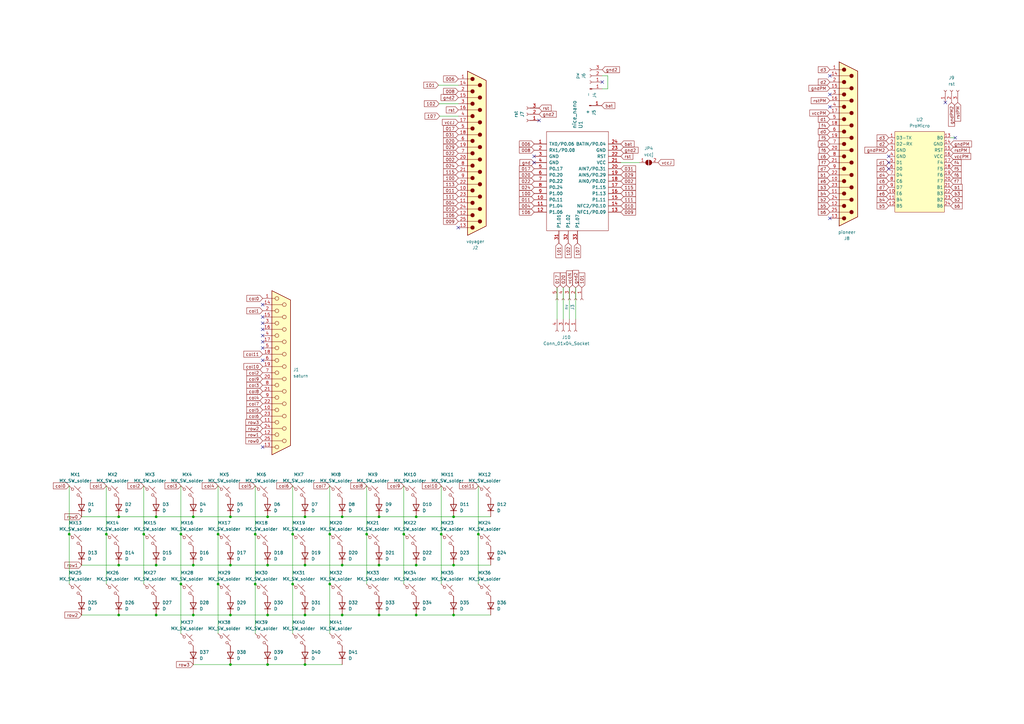
<source format=kicad_sch>
(kicad_sch (version 20230121) (generator eeschema)
  (paper "A3")
  (junction (at 180.9496 219.075))
  (junction (at 125.095 231.775))
  (junction (at 125.095 252.2474))
  (junction (at 48.6918 231.775))
  (junction (at 165.608 219.075))
  (junction (at 196.1896 219.075))
  (junction (at 150.368 219.075))
  (junction (at 170.688 211.963))
  (junction (at 94.5134 231.775))
  (junction (at 186.0296 211.963))
  (junction (at 74.1934 219.075))
  (junction (at 155.448 252.2474))
  (junction (at 64.0334 252.2474))
  (junction (at 58.9534 219.075))
  (junction (at 89.4334 239.5474))
  (junction (at 28.3718 219.075))
  (junction (at 74.1934 239.5474))
  (junction (at 186.0296 231.775))
  (junction (at 109.7534 231.775))
  (junction (at 140.335 211.963))
  (junction (at 64.0334 211.963))
  (junction (at 94.5134 211.963))
  (junction (at 125.095 272.5674))
  (junction (at 79.2734 211.963))
  (junction (at 140.335 252.2474))
  (junction (at 43.6118 219.075))
  (junction (at 79.2734 231.775))
  (junction (at 120.015 239.5474))
  (junction (at 109.7534 211.963))
  (junction (at 135.255 239.5474))
  (junction (at 140.335 231.775))
  (junction (at 48.6918 211.963))
  (junction (at 120.015 219.075))
  (junction (at 155.448 211.963))
  (junction (at 155.448 231.775))
  (junction (at 94.5134 272.5674))
  (junction (at 89.4334 219.075))
  (junction (at 135.255 219.075))
  (junction (at 109.7534 252.2474))
  (junction (at 79.2734 252.2474))
  (junction (at 170.688 252.2474))
  (junction (at 94.5134 252.2474))
  (junction (at 109.7534 272.5674))
  (junction (at 48.6918 252.2474))
  (junction (at 64.0334 231.775))
  (junction (at 104.6734 239.5474))
  (junction (at 170.688 231.775))
  (junction (at 125.095 211.963))
  (junction (at 186.0296 252.2474))
  (junction (at 104.6734 219.075))
  (no_connect (at 107.7214 132.5626))
  (no_connect (at 107.7214 142.7226))
  (no_connect (at 219.075 64.135))
  (no_connect (at 340.36 31.115))
  (no_connect (at 340.36 89.535))
  (no_connect (at 107.7214 147.8026))
  (no_connect (at 221.107 49.403))
  (no_connect (at 107.7214 135.1026))
  (no_connect (at 107.7214 140.1826))
  (no_connect (at 107.7214 124.9426))
  (no_connect (at 107.7214 137.6426))
  (no_connect (at 219.075 66.675))
  (no_connect (at 391.795 56.515))
  (no_connect (at 247.015 33.655))
  (no_connect (at 364.49 66.675))
  (no_connect (at 340.36 38.735))
  (no_connect (at 107.7214 183.3626))
  (no_connect (at 364.49 64.135))
  (no_connect (at 340.36 43.815))
  (no_connect (at 107.7214 130.0226))
  (no_connect (at 364.49 69.215))
  (no_connect (at 387.731 42.037))
  (no_connect (at 187.96 93.345))
  (wire (pts (xy 233.553 117.983) (xy 233.553 130.9116)))
  (wire (pts (xy 79.2734 231.775) (xy 94.5134 231.775)))
  (wire (pts (xy 140.335 252.2474) (xy 155.448 252.2474)))
  (wire (pts (xy 165.608 219.075) (xy 165.608 239.5474)))
  (wire (pts (xy 28.3718 199.263) (xy 28.3718 219.075)))
  (wire (pts (xy 64.0334 252.2474) (xy 79.2734 252.2474)))
  (wire (pts (xy 150.368 199.263) (xy 150.368 219.075)))
  (wire (pts (xy 186.0296 252.2474) (xy 201.2696 252.2474)))
  (wire (pts (xy 135.255 219.075) (xy 135.255 239.5474)))
  (wire (pts (xy 135.255 239.5474) (xy 135.255 259.8674)))
  (wire (pts (xy 48.6918 231.775) (xy 64.0334 231.775)))
  (wire (pts (xy 104.6734 239.5474) (xy 104.6734 259.8674)))
  (wire (pts (xy 150.368 219.075) (xy 150.368 239.5474)))
  (wire (pts (xy 89.4334 239.5474) (xy 89.4334 259.8674)))
  (wire (pts (xy 94.5134 272.5674) (xy 109.7534 272.5674)))
  (wire (pts (xy 155.448 252.2474) (xy 170.688 252.2474)))
  (wire (pts (xy 74.1934 239.5474) (xy 74.1934 259.8674)))
  (wire (pts (xy 180.34 47.625) (xy 187.96 47.625)))
  (wire (pts (xy 120.015 239.5474) (xy 120.015 259.8674)))
  (wire (pts (xy 94.5134 231.775) (xy 109.7534 231.775)))
  (wire (pts (xy 48.6918 211.963) (xy 64.0334 211.963)))
  (wire (pts (xy 58.9534 219.075) (xy 58.9534 239.5474)))
  (wire (pts (xy 89.4334 219.075) (xy 89.4334 239.5474)))
  (wire (pts (xy 79.2734 272.5674) (xy 94.5134 272.5674)))
  (wire (pts (xy 135.255 199.263) (xy 135.255 219.075)))
  (wire (pts (xy 109.7534 252.2474) (xy 125.095 252.2474)))
  (wire (pts (xy 186.0296 231.775) (xy 201.2696 231.775)))
  (wire (pts (xy 33.4518 231.775) (xy 48.6918 231.775)))
  (wire (pts (xy 180.086 42.545) (xy 187.96 42.545)))
  (wire (pts (xy 79.2734 211.963) (xy 94.5134 211.963)))
  (wire (pts (xy 125.095 272.5674) (xy 140.335 272.5674)))
  (wire (pts (xy 247.015 36.449) (xy 249.301 36.449)))
  (wire (pts (xy 58.9534 199.263) (xy 58.9534 219.075)))
  (wire (pts (xy 109.7534 231.775) (xy 125.095 231.775)))
  (wire (pts (xy 74.1934 199.263) (xy 74.1934 219.075)))
  (wire (pts (xy 228.473 117.983) (xy 228.473 130.9116)))
  (wire (pts (xy 120.015 199.263) (xy 120.015 219.075)))
  (wire (pts (xy 180.9496 219.075) (xy 180.9496 239.5474)))
  (wire (pts (xy 33.4518 252.2474) (xy 48.6918 252.2474)))
  (wire (pts (xy 89.4334 199.263) (xy 89.4334 219.075)))
  (wire (pts (xy 125.095 211.963) (xy 140.335 211.963)))
  (wire (pts (xy 43.6118 199.263) (xy 43.6118 219.075)))
  (wire (pts (xy 389.89 56.515) (xy 391.795 56.515)))
  (wire (pts (xy 33.4518 211.963) (xy 48.6918 211.963)))
  (wire (pts (xy 170.688 252.2474) (xy 186.0296 252.2474)))
  (wire (pts (xy 64.0334 211.963) (xy 79.2734 211.963)))
  (wire (pts (xy 104.6734 219.075) (xy 104.6734 239.5474)))
  (wire (pts (xy 140.335 211.963) (xy 155.448 211.963)))
  (wire (pts (xy 140.335 231.775) (xy 155.448 231.775)))
  (wire (pts (xy 247.015 31.115) (xy 249.301 31.115)))
  (wire (pts (xy 109.7534 211.963) (xy 125.095 211.963)))
  (wire (pts (xy 196.1896 219.075) (xy 196.1896 239.5474)))
  (wire (pts (xy 28.3718 219.075) (xy 28.3718 239.5474)))
  (wire (pts (xy 94.5134 211.963) (xy 109.7534 211.963)))
  (wire (pts (xy 249.301 31.115) (xy 249.301 36.449)))
  (wire (pts (xy 254.635 66.675) (xy 262.255 66.675)))
  (wire (pts (xy 179.832 34.925) (xy 187.96 34.925)))
  (wire (pts (xy 155.448 211.963) (xy 170.688 211.963)))
  (wire (pts (xy 155.448 231.775) (xy 170.688 231.775)))
  (wire (pts (xy 236.093 117.983) (xy 236.093 130.9116)))
  (wire (pts (xy 165.608 199.263) (xy 165.608 219.075)))
  (wire (pts (xy 170.688 211.963) (xy 186.0296 211.963)))
  (wire (pts (xy 186.0296 211.963) (xy 201.2696 211.963)))
  (wire (pts (xy 196.1896 199.263) (xy 196.1896 219.075)))
  (wire (pts (xy 43.6118 219.075) (xy 43.6118 239.5474)))
  (wire (pts (xy 74.1934 219.075) (xy 74.1934 239.5474)))
  (wire (pts (xy 180.9496 199.263) (xy 180.9496 219.075)))
  (wire (pts (xy 64.0334 231.775) (xy 79.2734 231.775)))
  (wire (pts (xy 48.6918 252.2474) (xy 64.0334 252.2474)))
  (wire (pts (xy 109.7534 272.5674) (xy 125.095 272.5674)))
  (wire (pts (xy 125.095 252.2474) (xy 140.335 252.2474)))
  (wire (pts (xy 94.5134 252.2474) (xy 109.7534 252.2474)))
  (wire (pts (xy 79.2734 252.2474) (xy 94.5134 252.2474)))
  (wire (pts (xy 231.013 117.983) (xy 231.013 130.9116)))
  (wire (pts (xy 104.6734 199.263) (xy 104.6734 219.075)))
  (wire (pts (xy 120.015 219.075) (xy 120.015 239.5474)))
  (wire (pts (xy 170.688 231.775) (xy 186.0296 231.775)))
  (wire (pts (xy 125.095 231.775) (xy 140.335 231.775)))
  (global_label "031" (shape input) (at 254.635 69.215 0) (property "Intersheetrefs" "${INTERSHEET_REFS}" (effects hide)))
  (global_label "017" (shape input) (at 219.075 69.215 180) (property "Intersheetrefs" "${INTERSHEET_REFS}" (effects hide)))
  (global_label "row3" (shape input) (at 79.2734 272.5674 180) (property "Intersheetrefs" "${INTERSHEET_REFS}" (effects hide)))
  (global_label "rst" (shape input) (at 187.96 45.085 180) (property "Intersheetrefs" "${INTERSHEET_REFS}" (effects hide)))
  (global_label "b3" (shape input) (at 389.89 79.375 0) (property "Intersheetrefs" "${INTERSHEET_REFS}" (effects hide)))
  (global_label "b4" (shape input) (at 340.36 79.375 180) (property "Intersheetrefs" "${INTERSHEET_REFS}" (effects hide)))
  (global_label "vccJ" (shape input) (at 269.875 66.675 0) (property "Intersheetrefs" "${INTERSHEET_REFS}" (effects hide)))
  (global_label "gnd" (shape input) (at 219.075 66.675 180) (property "Intersheetrefs" "${INTERSHEET_REFS}" (effects hide)))
  (global_label "col0" (shape input) (at 28.3718 199.263 180) (property "Intersheetrefs" "${INTERSHEET_REFS}" (effects hide)))
  (global_label "col7" (shape input) (at 135.255 199.263 180) (property "Intersheetrefs" "${INTERSHEET_REFS}" (effects hide)))
  (global_label "b6" (shape input) (at 340.36 86.995 180) (property "Intersheetrefs" "${INTERSHEET_REFS}" (effects hide)))
  (global_label "107" (shape input) (at 236.855 99.695 270) (property "Intersheetrefs" "${INTERSHEET_REFS}" (effects hide)))
  (global_label "col0" (shape input) (at 107.7214 122.4026 180) (property "Intersheetrefs" "${INTERSHEET_REFS}" (effects hide)))
  (global_label "c6" (shape input) (at 364.49 74.295 180) (property "Intersheetrefs" "${INTERSHEET_REFS}" (effects hide)))
  (global_label "011" (shape input) (at 187.96 78.105 180) (property "Intersheetrefs" "${INTERSHEET_REFS}" (effects hide)))
  (global_label "b5" (shape input) (at 364.49 84.455 180) (property "Intersheetrefs" "${INTERSHEET_REFS}" (effects hide)))
  (global_label "col4" (shape input) (at 89.4334 199.263 180) (property "Intersheetrefs" "${INTERSHEET_REFS}" (effects hide)))
  (global_label "115" (shape input) (at 187.96 70.485 180) (property "Intersheetrefs" "${INTERSHEET_REFS}" (effects hide)))
  (global_label "008" (shape input) (at 219.075 61.595 180) (property "Intersheetrefs" "${INTERSHEET_REFS}" (effects hide)))
  (global_label "d4" (shape input) (at 340.36 59.055 180) (property "Intersheetrefs" "${INTERSHEET_REFS}" (effects hide)))
  (global_label "gnd2" (shape input) (at 236.093 117.983 90) (property "Intersheetrefs" "${INTERSHEET_REFS}" (effects hide)))
  (global_label "b5" (shape input) (at 340.36 84.455 180) (property "Intersheetrefs" "${INTERSHEET_REFS}" (effects hide)))
  (global_label "col8" (shape input) (at 150.368 199.263 180) (property "Intersheetrefs" "${INTERSHEET_REFS}" (effects hide)))
  (global_label "c6" (shape input) (at 340.36 64.135 180) (property "Intersheetrefs" "${INTERSHEET_REFS}" (effects hide)))
  (global_label "d1" (shape input) (at 340.36 48.895 180) (property "Intersheetrefs" "${INTERSHEET_REFS}" (effects hide)))
  (global_label "d7" (shape input) (at 364.49 76.835 180) (property "Intersheetrefs" "${INTERSHEET_REFS}" (effects hide)))
  (global_label "col7" (shape input) (at 107.7214 165.5826 180) (property "Intersheetrefs" "${INTERSHEET_REFS}" (effects hide)))
  (global_label "010" (shape input) (at 254.635 84.455 0) (property "Intersheetrefs" "${INTERSHEET_REFS}" (effects hide)))
  (global_label "101" (shape input) (at 179.832 34.925 180) (property "Intersheetrefs" "${INTERSHEET_REFS}" (effects hide)))
  (global_label "rst" (shape input) (at 221.107 44.323 0) (property "Intersheetrefs" "${INTERSHEET_REFS}" (effects hide)))
  (global_label "111" (shape input) (at 187.96 80.645 180) (property "Intersheetrefs" "${INTERSHEET_REFS}" (effects hide)))
  (global_label "col2" (shape input) (at 107.7214 152.8826 180) (property "Intersheetrefs" "${INTERSHEET_REFS}" (effects hide)))
  (global_label "col2" (shape input) (at 58.9534 199.263 180) (property "Intersheetrefs" "${INTERSHEET_REFS}" (effects hide)))
  (global_label "col3" (shape input) (at 107.7214 157.9626 180) (property "Intersheetrefs" "${INTERSHEET_REFS}" (effects hide)))
  (global_label "008" (shape input) (at 187.96 37.465 180) (property "Intersheetrefs" "${INTERSHEET_REFS}" (effects hide)))
  (global_label "f5" (shape input) (at 340.36 56.515 180) (property "Intersheetrefs" "${INTERSHEET_REFS}" (effects hide)))
  (global_label "rstPM" (shape input) (at 340.36 41.275 180) (property "Intersheetrefs" "${INTERSHEET_REFS}" (effects hide)))
  (global_label "row3" (shape input) (at 107.7214 173.2026 180) (property "Intersheetrefs" "${INTERSHEET_REFS}" (effects hide)))
  (global_label "row1" (shape input) (at 33.4772 231.775 180) (property "Intersheetrefs" "${INTERSHEET_REFS}" (effects hide)))
  (global_label "115" (shape input) (at 254.635 76.835 0) (property "Intersheetrefs" "${INTERSHEET_REFS}" (effects hide)))
  (global_label "010" (shape input) (at 187.96 85.725 180) (property "Intersheetrefs" "${INTERSHEET_REFS}" (effects hide)))
  (global_label "b2" (shape input) (at 340.36 81.915 180) (property "Intersheetrefs" "${INTERSHEET_REFS}" (effects hide)))
  (global_label "d1" (shape input) (at 364.49 66.675 180) (property "Intersheetrefs" "${INTERSHEET_REFS}" (effects hide)))
  (global_label "017" (shape input) (at 187.96 52.705 180) (property "Intersheetrefs" "${INTERSHEET_REFS}" (effects hide)))
  (global_label "113" (shape input) (at 254.635 79.375 0) (property "Intersheetrefs" "${INTERSHEET_REFS}" (effects hide)))
  (global_label "029" (shape input) (at 254.635 71.755 0) (property "Intersheetrefs" "${INTERSHEET_REFS}" (effects hide)))
  (global_label "102" (shape input) (at 233.045 99.695 270) (property "Intersheetrefs" "${INTERSHEET_REFS}" (effects hide)))
  (global_label "d0" (shape input) (at 340.36 53.975 180) (property "Intersheetrefs" "${INTERSHEET_REFS}" (effects hide)))
  (global_label "col5" (shape input) (at 107.7214 168.1226 180) (property "Intersheetrefs" "${INTERSHEET_REFS}" (effects hide)))
  (global_label "col3" (shape input) (at 74.1934 199.263 180) (property "Intersheetrefs" "${INTERSHEET_REFS}" (effects hide)))
  (global_label "024" (shape input) (at 187.96 67.945 180) (property "Intersheetrefs" "${INTERSHEET_REFS}" (effects hide)))
  (global_label "004" (shape input) (at 219.075 84.455 180) (property "Intersheetrefs" "${INTERSHEET_REFS}" (effects hide)))
  (global_label "d7" (shape input) (at 340.36 69.215 180) (property "Intersheetrefs" "${INTERSHEET_REFS}" (effects hide)))
  (global_label "101" (shape input) (at 238.633 117.983 90) (property "Intersheetrefs" "${INTERSHEET_REFS}" (effects hide)))
  (global_label "006" (shape input) (at 187.96 32.385 180) (property "Intersheetrefs" "${INTERSHEET_REFS}" (effects hide)))
  (global_label "col5" (shape input) (at 104.6734 199.263 180) (property "Intersheetrefs" "${INTERSHEET_REFS}" (effects hide)))
  (global_label "b3" (shape input) (at 340.36 76.835 180) (property "Intersheetrefs" "${INTERSHEET_REFS}" (effects hide)))
  (global_label "row1" (shape input) (at 107.7214 178.2826 180) (property "Intersheetrefs" "${INTERSHEET_REFS}" (effects hide)))
  (global_label "d4" (shape input) (at 364.49 71.755 180) (property "Intersheetrefs" "${INTERSHEET_REFS}" (effects hide)))
  (global_label "rstPM" (shape input) (at 392.811 42.037 270) (property "Intersheetrefs" "${INTERSHEET_REFS}" (effects hide)))
  (global_label "rst" (shape input) (at 254.635 64.135 0) (property "Intersheetrefs" "${INTERSHEET_REFS}" (effects hide)))
  (global_label "row0" (shape input) (at 107.7214 180.8226 180) (property "Intersheetrefs" "${INTERSHEET_REFS}" (effects hide)))
  (global_label "d3" (shape input) (at 364.49 56.515 180) (property "Intersheetrefs" "${INTERSHEET_REFS}" (effects hide)))
  (global_label "020" (shape input) (at 219.075 71.755 180) (property "Intersheetrefs" "${INTERSHEET_REFS}" (effects hide)))
  (global_label "024" (shape input) (at 219.075 76.835 180) (property "Intersheetrefs" "${INTERSHEET_REFS}" (effects hide)))
  (global_label "row2" (shape input) (at 107.7214 175.7426 180) (property "Intersheetrefs" "${INTERSHEET_REFS}" (effects hide)))
  (global_label "f4" (shape input) (at 340.36 51.435 180) (property "Intersheetrefs" "${INTERSHEET_REFS}" (effects hide)))
  (global_label "009" (shape input) (at 254.635 86.995 0) (property "Intersheetrefs" "${INTERSHEET_REFS}" (effects hide)))
  (global_label "e6" (shape input) (at 364.49 79.375 180) (property "Intersheetrefs" "${INTERSHEET_REFS}" (effects hide)))
  (global_label "002" (shape input) (at 254.635 74.295 0) (property "Intersheetrefs" "${INTERSHEET_REFS}" (effects hide)))
  (global_label "006" (shape input) (at 219.075 59.055 180) (property "Intersheetrefs" "${INTERSHEET_REFS}" (effects hide)))
  (global_label "009" (shape input) (at 187.96 90.805 180) (property "Intersheetrefs" "${INTERSHEET_REFS}" (effects hide)))
  (global_label "101" (shape input) (at 229.235 99.695 270) (property "Intersheetrefs" "${INTERSHEET_REFS}" (effects hide)))
  (global_label "020" (shape input) (at 187.96 57.785 180) (property "Intersheetrefs" "${INTERSHEET_REFS}" (effects hide)))
  (global_label "d0" (shape input) (at 364.49 69.215 180) (property "Intersheetrefs" "${INTERSHEET_REFS}" (effects hide)))
  (global_label "b1" (shape input) (at 340.36 71.755 180) (property "Intersheetrefs" "${INTERSHEET_REFS}" (effects hide)))
  (global_label "gndPM2" (shape input) (at 364.49 61.595 180) (property "Intersheetrefs" "${INTERSHEET_REFS}" (effects hide)))
  (global_label "col9" (shape input) (at 107.7214 155.4226 180) (property "Intersheetrefs" "${INTERSHEET_REFS}" (effects hide)))
  (global_label "gndPM2" (shape input) (at 390.271 42.037 270) (property "Intersheetrefs" "${INTERSHEET_REFS}" (effects hide)))
  (global_label "gnd2" (shape input) (at 221.107 46.863 0) (property "Intersheetrefs" "${INTERSHEET_REFS}" (effects hide)))
  (global_label "f6" (shape input) (at 340.36 61.595 180) (property "Intersheetrefs" "${INTERSHEET_REFS}" (effects hide)))
  (global_label "bat" (shape input) (at 246.761 43.307 0) (property "Intersheetrefs" "${INTERSHEET_REFS}" (effects hide)))
  (global_label "col4" (shape input) (at 107.7214 163.0426 180) (property "Intersheetrefs" "${INTERSHEET_REFS}" (effects hide)))
  (global_label "002" (shape input) (at 187.96 65.405 180) (property "Intersheetrefs" "${INTERSHEET_REFS}" (effects hide)))
  (global_label "100" (shape input) (at 187.96 73.025 180) (property "Intersheetrefs" "${INTERSHEET_REFS}" (effects hide)))
  (global_label "031" (shape input) (at 187.96 55.245 180) (property "Intersheetrefs" "${INTERSHEET_REFS}" (effects hide)))
  (global_label "vccJ" (shape input) (at 187.96 50.165 180) (property "Intersheetrefs" "${INTERSHEET_REFS}" (effects hide)))
  (global_label "e6" (shape input) (at 340.36 74.295 180) (property "Intersheetrefs" "${INTERSHEET_REFS}" (effects hide)))
  (global_label "b4" (shape input) (at 364.49 81.915 180) (property "Intersheetrefs" "${INTERSHEET_REFS}" (effects hide)))
  (global_label "107" (shape input) (at 180.34 47.625 180) (property "Intersheetrefs" "${INTERSHEET_REFS}" (effects hide)))
  (global_label "col10" (shape input) (at 180.9496 199.263 180) (property "Intersheetrefs" "${INTERSHEET_REFS}" (effects hide)))
  (global_label "col10" (shape input) (at 107.7214 150.3426 180) (property "Intersheetrefs" "${INTERSHEET_REFS}" (effects hide)))
  (global_label "106" (shape input) (at 187.96 88.265 180) (property "Intersheetrefs" "${INTERSHEET_REFS}" (effects hide)))
  (global_label "col1" (shape input) (at 107.7214 127.4826 180) (property "Intersheetrefs" "${INTERSHEET_REFS}" (effects hide)))
  (global_label "b6" (shape input) (at 389.89 84.455 0) (property "Intersheetrefs" "${INTERSHEET_REFS}" (effects hide)))
  (global_label "f6" (shape input) (at 389.89 71.755 0) (property "Intersheetrefs" "${INTERSHEET_REFS}" (effects hide)))
  (global_label "022" (shape input) (at 219.075 74.295 180) (property "Intersheetrefs" "${INTERSHEET_REFS}" (effects hide)))
  (global_label "d2" (shape input) (at 364.49 59.055 180) (property "Intersheetrefs" "${INTERSHEET_REFS}" (effects hide)))
  (global_label "b2" (shape input) (at 389.89 81.915 0) (property "Intersheetrefs" "${INTERSHEET_REFS}" (effects hide)))
  (global_label "gndPM" (shape input) (at 389.89 59.055 0) (property "Intersheetrefs" "${INTERSHEET_REFS}" (effects hide)))
  (global_label "102" (shape input) (at 180.086 42.545 180) (property "Intersheetrefs" "${INTERSHEET_REFS}" (effects hide)))
  (global_label "004" (shape input) (at 187.96 83.185 180) (property "Intersheetrefs" "${INTERSHEET_REFS}" (effects hide)))
  (global_label "row0" (shape input) (at 33.4518 211.963 180) (property "Intersheetrefs" "${INTERSHEET_REFS}" (effects hide)))
  (global_label "029" (shape input) (at 187.96 60.325 180) (property "Intersheetrefs" "${INTERSHEET_REFS}" (effects hide)))
  (global_label "f5" (shape input) (at 389.89 69.215 0) (property "Intersheetrefs" "${INTERSHEET_REFS}" (effects hide)))
  (global_label "col8" (shape input) (at 107.7214 160.5026 180) (property "Intersheetrefs" "${INTERSHEET_REFS}" (effects hide)))
  (global_label "100" (shape input) (at 219.075 79.375 180) (property "Intersheetrefs" "${INTERSHEET_REFS}" (effects hide)))
  (global_label "col6" (shape input) (at 107.7214 170.6626 180) (property "Intersheetrefs" "${INTERSHEET_REFS}" (effects hide)))
  (global_label "020" (shape input) (at 231.013 117.983 90) (property "Intersheetrefs" "${INTERSHEET_REFS}" (effects hide)))
  (global_label "col6" (shape input) (at 120.015 199.263 180) (property "Intersheetrefs" "${INTERSHEET_REFS}" (effects hide)))
  (global_label "113" (shape input) (at 187.96 75.565 180) (property "Intersheetrefs" "${INTERSHEET_REFS}" (effects hide)))
  (global_label "vccPM" (shape input) (at 389.89 64.135 0) (property "Intersheetrefs" "${INTERSHEET_REFS}" (effects hide)))
  (global_label "col11" (shape input) (at 107.7214 145.2626 180) (property "Intersheetrefs" "${INTERSHEET_REFS}" (effects hide)))
  (global_label "f4" (shape input) (at 389.89 66.675 0) (property "Intersheetrefs" "${INTERSHEET_REFS}" (effects hide)))
  (global_label "row2" (shape input) (at 33.4518 252.2474 180) (property "Intersheetrefs" "${INTERSHEET_REFS}" (effects hide)))
  (global_label "011" (shape input) (at 219.075 81.915 180) (property "Intersheetrefs" "${INTERSHEET_REFS}" (effects hide)))
  (global_label "017" (shape input) (at 228.473 117.983 90) (property "Intersheetrefs" "${INTERSHEET_REFS}" (effects hide)))
  (global_label "rstPM" (shape input) (at 389.89 61.595 0) (property "Intersheetrefs" "${INTERSHEET_REFS}" (effects hide)))
  (global_label "bat" (shape input) (at 254.635 59.055 0) (property "Intersheetrefs" "${INTERSHEET_REFS}" (effects hide)))
  (global_label "d2" (shape input) (at 340.36 33.655 180) (property "Intersheetrefs" "${INTERSHEET_REFS}" (effects hide)))
  (global_label "f7" (shape input) (at 389.89 74.295 0) (property "Intersheetrefs" "${INTERSHEET_REFS}" (effects hide)))
  (global_label "gnd2" (shape input) (at 187.96 40.005 180) (property "Intersheetrefs" "${INTERSHEET_REFS}" (effects hide)))
  (global_label "d3" (shape input) (at 340.36 28.575 180) (property "Intersheetrefs" "${INTERSHEET_REFS}" (effects hide)))
  (global_label "col11" (shape input) (at 196.1896 199.263 180) (property "Intersheetrefs" "${INTERSHEET_REFS}" (effects hide)))
  (global_label "b1" (shape input) (at 389.89 76.835 0) (property "Intersheetrefs" "${INTERSHEET_REFS}" (effects hide)))
  (global_label "gnd2" (shape input) (at 247.015 28.575 0) (property "Intersheetrefs" "${INTERSHEET_REFS}" (effects hide)))
  (global_label "111" (shape input) (at 254.635 81.915 0) (property "Intersheetrefs" "${INTERSHEET_REFS}" (effects hide)))
  (global_label "gndPM" (shape input) (at 340.36 36.195 180) (property "Intersheetrefs" "${INTERSHEET_REFS}" (effects hide)))
  (global_label "106" (shape input) (at 219.075 86.995 180) (property "Intersheetrefs" "${INTERSHEET_REFS}" (effects hide)))
  (global_label "vccN" (shape input) (at 233.553 117.983 90) (property "Intersheetrefs" "${INTERSHEET_REFS}" (effects hide)))
  (global_label "col1" (shape input) (at 43.6118 199.263 180) (property "Intersheetrefs" "${INTERSHEET_REFS}" (effects hide)))
  (global_label "gnd2" (shape input) (at 254.635 61.595 0) (property "Intersheetrefs" "${INTERSHEET_REFS}" (effects hide)))
  (global_label "col9" (shape input) (at 165.608 199.263 180) (property "Intersheetrefs" "${INTERSHEET_REFS}" (effects hide)))
  (global_label "022" (shape input) (at 187.96 62.865 180) (property "Intersheetrefs" "${INTERSHEET_REFS}" (effects hide)))
  (global_label "f7" (shape input) (at 340.36 66.675 180) (property "Intersheetrefs" "${INTERSHEET_REFS}" (effects hide)))
  (global_label "vccPM" (shape input) (at 340.36 46.355 180) (property "Intersheetrefs" "${INTERSHEET_REFS}" (effects hide)))
  (symbol (lib_id "PCM_marbastlib-mx:MX_SW_solder") (at 137.795 221.615 0) (unit 1)
    (property "Reference" "MX20" (at 137.795 214.4522 0))
    (property "Value" "MX_SW_solder" (at 137.795 216.9922 0))
    (property "Footprint" "Button_Switch_Keyboard:CherryMX_ChocV2_1u" (effects hide))
  )
  (symbol (lib_id "Device:D") (at 186.0296 248.4374 90) (unit 1)
    (property "Reference" "D35" (at 188.595 247.1674 90) (effects (justify right)))
    (property "Value" "D" (at 188.595 249.7074 90) (effects (justify right)))
    (property "Footprint" "Diode_THT:D_DO-35_SOD27_P7.62mm_Horizontal" (effects hide))
    (property "Sim.Device" "D" (effects hide))
    (property "Sim.Pins" "1=K 2=A" (effects hide))
  )
  (symbol (lib_id "Device:D") (at 109.7534 208.153 90) (unit 1)
    (property "Reference" "D6" (at 112.3188 206.883 90) (effects (justify right)))
    (property "Value" "D" (at 112.3188 209.423 90) (effects (justify right)))
    (property "Footprint" "Diode_THT:D_DO-35_SOD27_P7.62mm_Horizontal" (effects hide))
    (property "Sim.Device" "D" (effects hide))
    (property "Sim.Pins" "1=K 2=A" (effects hide))
  )
  (symbol (lib_id "Device:D") (at 79.2734 227.965 90) (unit 1)
    (property "Reference" "D16" (at 81.8388 226.695 90) (effects (justify right)))
    (property "Value" "D" (at 81.8388 229.235 90) (effects (justify right)))
    (property "Footprint" "Diode_THT:D_DO-35_SOD27_P7.62mm_Horizontal" (effects hide))
    (property "Sim.Device" "D" (effects hide))
    (property "Sim.Pins" "1=K 2=A" (effects hide))
  )
  (symbol (lib_id "Device:D") (at 109.7534 268.7574 90) (unit 1)
    (property "Reference" "D39" (at 112.3188 267.4874 90) (effects (justify right)))
    (property "Value" "D" (at 112.3188 270.0274 90) (effects (justify right)))
    (property "Footprint" "Diode_THT:D_DO-35_SOD27_P7.62mm_Horizontal" (effects hide))
    (property "Sim.Device" "D" (effects hide))
    (property "Sim.Pins" "1=K 2=A" (effects hide))
  )
  (symbol (lib_id "PCM_marbastlib-mx:MX_SW_solder") (at 183.4896 242.0874 0) (unit 1)
    (property "Reference" "MX35" (at 183.4896 234.9246 0))
    (property "Value" "MX_SW_solder" (at 183.4896 237.4646 0))
    (property "Footprint" "Button_Switch_Keyboard:CherryMX_ChocV2_1u" (effects hide))
  )
  (symbol (lib_id "Device:D") (at 109.7534 227.965 90) (unit 1)
    (property "Reference" "D18" (at 112.3188 226.695 90) (effects (justify right)))
    (property "Value" "D" (at 112.3188 229.235 90) (effects (justify right)))
    (property "Footprint" "Diode_THT:D_DO-35_SOD27_P7.62mm_Horizontal" (effects hide))
    (property "Sim.Device" "D" (effects hide))
    (property "Sim.Pins" "1=K 2=A" (effects hide))
  )
  (symbol (lib_id "Connector:Conn_01x03_Socket") (at 390.271 36.957 90) (unit 1)
    (property "Reference" "J9" (at 390.271 31.9024 90))
    (property "Value" "rst" (at 390.271 34.4424 90))
    (property "Footprint" "Connector_PinSocket_2.54mm:PinSocket_1x03_P2.54mm_Vertical" (effects hide))
  )
  (symbol (lib_id "PCM_marbastlib-mx:MX_SW_solder") (at 137.795 242.0874 0) (unit 1)
    (property "Reference" "MX32" (at 137.795 234.9246 0))
    (property "Value" "MX_SW_solder" (at 137.795 237.4646 0))
    (property "Footprint" "Button_Switch_Keyboard:CherryMX_ChocV2_1u" (effects hide))
  )
  (symbol (lib_id "Jumper:SolderJumper_2_Open") (at 266.065 66.675 0) (unit 1)
    (property "Reference" "JP4" (at 266.065 60.8584 0))
    (property "Value" "vccj" (at 266.065 63.3984 0))
    (property "Footprint" "Jumper:SolderJumper-2_P1.3mm_Open_TrianglePad1.0x1.5mm" (effects hide))
  )
  (symbol (lib_id "PCM_marbastlib-mx:MX_SW_solder") (at 183.4896 201.803 0) (unit 1)
    (property "Reference" "MX11" (at 183.4896 194.6402 0))
    (property "Value" "MX_SW_solder" (at 183.4896 197.1802 0))
    (property "Footprint" "Button_Switch_Keyboard:CherryMX_ChocV2_1u" (effects hide))
  )
  (symbol (lib_id "Connector:DB25_Plug") (at 195.58 62.865 0) (mirror x) (unit 1)
    (property "Reference" "J2" (at 194.945 101.6 0))
    (property "Value" "voyager" (at 194.945 99.06 0))
    (property "Footprint" "Connector_Dsub:DSUB-25_Male_Vertical_P2.77x2.84mm2" (effects hide))
    (property "Datasheet" " ~" (effects hide))
  )
  (symbol (lib_id "PCM_marbastlib-mx:MX_SW_solder") (at 152.908 221.615 0) (unit 1)
    (property "Reference" "MX21" (at 152.908 214.4522 0))
    (property "Value" "MX_SW_solder" (at 152.908 216.9922 0))
    (property "Footprint" "Button_Switch_Keyboard:CherryMX_ChocV2_1u" (effects hide))
  )
  (symbol (lib_id "PCM_marbastlib-mx:MX_SW_solder") (at 76.7334 242.0874 0) (unit 1)
    (property "Reference" "MX28" (at 76.7334 234.9246 0))
    (property "Value" "MX_SW_solder" (at 76.7334 237.4646 0))
    (property "Footprint" "Button_Switch_Keyboard:CherryMX_ChocV2_1u" (effects hide))
  )
  (symbol (lib_id "PCM_marbastlib-mx:MX_SW_solder") (at 76.7334 262.4074 0) (unit 1)
    (property "Reference" "MX37" (at 76.7334 255.2446 0))
    (property "Value" "MX_SW_solder" (at 76.7334 257.7846 0))
    (property "Footprint" "Button_Switch_Keyboard:CherryMX_ChocV2_1.25u" (effects hide))
  )
  (symbol (lib_id "Device:D") (at 94.5134 268.7574 90) (unit 1)
    (property "Reference" "D38" (at 97.0788 267.4874 90) (effects (justify right)))
    (property "Value" "D" (at 97.0788 270.0274 90) (effects (justify right)))
    (property "Footprint" "Diode_THT:D_DO-35_SOD27_P7.62mm_Horizontal" (effects hide))
    (property "Sim.Device" "D" (effects hide))
    (property "Sim.Pins" "1=K 2=A" (effects hide))
  )
  (symbol (lib_id "PCM_marbastlib-mx:MX_SW_solder") (at 107.2134 262.4074 0) (unit 1)
    (property "Reference" "MX39" (at 107.2134 255.2446 0))
    (property "Value" "MX_SW_solder" (at 107.2134 257.7846 0))
    (property "Footprint" "Button_Switch_Keyboard:CherryMX_ChocV2_1.25u" (effects hide))
  )
  (symbol (lib_id "Device:D") (at 64.0334 248.4374 90) (unit 1)
    (property "Reference" "D27" (at 66.5988 247.1674 90) (effects (justify right)))
    (property "Value" "D" (at 66.5988 249.7074 90) (effects (justify right)))
    (property "Footprint" "Diode_THT:D_DO-35_SOD27_P7.62mm_Horizontal" (effects hide))
    (property "Sim.Device" "D" (effects hide))
    (property "Sim.Pins" "1=K 2=A" (effects hide))
  )
  (symbol (lib_id "PCM_marbastlib-mx:MX_SW_solder") (at 46.1518 221.615 0) (unit 1)
    (property "Reference" "MX14" (at 46.1518 214.4522 0))
    (property "Value" "MX_SW_solder" (at 46.1518 216.9922 0))
    (property "Footprint" "Button_Switch_Keyboard:CherryMX_ChocV2_1u" (effects hide))
  )
  (symbol (lib_id "PCM_marbastlib-mx:MX_SW_solder") (at 91.9734 242.0874 0) (unit 1)
    (property "Reference" "MX29" (at 91.9734 234.9246 0))
    (property "Value" "MX_SW_solder" (at 91.9734 237.4646 0))
    (property "Footprint" "Button_Switch_Keyboard:CherryMX_ChocV2_1u" (effects hide))
  )
  (symbol (lib_id "Device:D") (at 64.0334 227.965 90) (unit 1)
    (property "Reference" "D15" (at 66.5988 226.695 90) (effects (justify right)))
    (property "Value" "D" (at 66.5988 229.235 90) (effects (justify right)))
    (property "Footprint" "Diode_THT:D_DO-35_SOD27_P7.62mm_Horizontal" (effects hide))
    (property "Sim.Device" "D" (effects hide))
    (property "Sim.Pins" "1=K 2=A" (effects hide))
  )
  (symbol (lib_id "Connector:DB25_Receptacle") (at 115.3414 152.8826 0) (unit 1)
    (property "Reference" "J1" (at 120.2436 151.6126 0) (effects (justify left)))
    (property "Value" "saturn" (at 120.2436 154.1526 0) (effects (justify left)))
    (property "Footprint" "Connector_Dsub:DSUB-25_Female_Vertical_P2.77x2.84mm2" (effects hide))
    (property "Datasheet" " ~" (effects hide))
  )
  (symbol (lib_id "Device:D") (at 79.2734 268.7574 90) (unit 1)
    (property "Reference" "D37" (at 81.8388 267.4874 90) (effects (justify right)))
    (property "Value" "D" (at 81.8388 270.0274 90) (effects (justify right)))
    (property "Footprint" "Diode_THT:D_DO-35_SOD27_P7.62mm_Horizontal" (effects hide))
    (property "Sim.Device" "D" (effects hide))
    (property "Sim.Pins" "1=K 2=A" (effects hide))
  )
  (symbol (lib_id "PCM_marbastlib-mx:MX_SW_solder") (at 76.7334 221.615 0) (unit 1)
    (property "Reference" "MX16" (at 76.7334 214.4522 0))
    (property "Value" "MX_SW_solder" (at 76.7334 216.9922 0))
    (property "Footprint" "Button_Switch_Keyboard:CherryMX_ChocV2_1u" (effects hide))
  )
  (symbol (lib_id "PCM_marbastlib-mx:MX_SW_solder") (at 137.795 201.803 0) (unit 1)
    (property "Reference" "MX8" (at 137.795 194.6402 0))
    (property "Value" "MX_SW_solder" (at 137.795 197.1802 0))
    (property "Footprint" "Button_Switch_Keyboard:CherryMX_ChocV2_1u" (effects hide))
  )
  (symbol (lib_id "PCM_marbastlib-mx:MX_SW_solder") (at 30.9118 242.0874 0) (unit 1)
    (property "Reference" "MX25" (at 30.9118 234.9246 0))
    (property "Value" "MX_SW_solder" (at 30.9118 237.4646 0))
    (property "Footprint" "Button_Switch_Keyboard:CherryMX_ChocV2_1.75u" (effects hide))
  )
  (symbol (lib_id "PCM_marbastlib-mx:MX_SW_solder") (at 91.9734 262.4074 0) (unit 1)
    (property "Reference" "MX38" (at 91.9734 255.2446 0))
    (property "Value" "MX_SW_solder" (at 91.9734 257.7846 0))
    (property "Footprint" "Button_Switch_Keyboard:CherryMX_ChocV2_1.25u" (effects hide))
  )
  (symbol (lib_id "Device:D") (at 140.335 208.153 90) (unit 1)
    (property "Reference" "D8" (at 142.9004 206.883 90) (effects (justify right)))
    (property "Value" "D" (at 142.9004 209.423 90) (effects (justify right)))
    (property "Footprint" "Diode_THT:D_DO-35_SOD27_P7.62mm_Horizontal" (effects hide))
    (property "Sim.Device" "D" (effects hide))
    (property "Sim.Pins" "1=K 2=A" (effects hide))
  )
  (symbol (lib_id "PCM_marbastlib-mx:MX_SW_solder") (at 107.2134 221.615 0) (unit 1)
    (property "Reference" "MX18" (at 107.2134 214.4522 0))
    (property "Value" "MX_SW_solder" (at 107.2134 216.9922 0))
    (property "Footprint" "Button_Switch_Keyboard:CherryMX_ChocV2_1u" (effects hide))
  )
  (symbol (lib_id "Device:D") (at 94.5134 248.4374 90) (unit 1)
    (property "Reference" "D29" (at 97.0788 247.1674 90) (effects (justify right)))
    (property "Value" "D" (at 97.0788 249.7074 90) (effects (justify right)))
    (property "Footprint" "Diode_THT:D_DO-35_SOD27_P7.62mm_Horizontal" (effects hide))
    (property "Sim.Device" "D" (effects hide))
    (property "Sim.Pins" "1=K 2=A" (effects hide))
  )
  (symbol (lib_id "Device:D") (at 125.095 248.4374 90) (unit 1)
    (property "Reference" "D31" (at 127.6604 247.1674 90) (effects (justify right)))
    (property "Value" "D" (at 127.6604 249.7074 90) (effects (justify right)))
    (property "Footprint" "Diode_THT:D_DO-35_SOD27_P7.62mm_Horizontal" (effects hide))
    (property "Sim.Device" "D" (effects hide))
    (property "Sim.Pins" "1=K 2=A" (effects hide))
  )
  (symbol (lib_id "Device:D") (at 155.448 227.965 90) (unit 1)
    (property "Reference" "D21" (at 158.0134 226.695 90) (effects (justify right)))
    (property "Value" "D" (at 158.0134 229.235 90) (effects (justify right)))
    (property "Footprint" "Diode_THT:D_DO-35_SOD27_P7.62mm_Horizontal" (effects hide))
    (property "Sim.Device" "D" (effects hide))
    (property "Sim.Pins" "1=K 2=A" (effects hide))
  )
  (symbol (lib_id "PCM_marbastlib-mx:MX_SW_solder") (at 152.908 242.0874 0) (unit 1)
    (property "Reference" "MX33" (at 152.908 234.9246 0))
    (property "Value" "MX_SW_solder" (at 152.908 237.4646 0))
    (property "Footprint" "Button_Switch_Keyboard:CherryMX_ChocV2_1u" (effects hide))
  )
  (symbol (lib_id "Device:D") (at 140.335 248.4374 90) (unit 1)
    (property "Reference" "D32" (at 142.9004 247.1674 90) (effects (justify right)))
    (property "Value" "D" (at 142.9004 249.7074 90) (effects (justify right)))
    (property "Footprint" "Diode_THT:D_DO-35_SOD27_P7.62mm_Horizontal" (effects hide))
    (property "Sim.Device" "D" (effects hide))
    (property "Sim.Pins" "1=K 2=A" (effects hide))
  )
  (symbol (lib_id "Device:D") (at 64.0334 208.153 90) (unit 1)
    (property "Reference" "D3" (at 66.5988 206.883 90) (effects (justify right)))
    (property "Value" "D" (at 66.5988 209.423 90) (effects (justify right)))
    (property "Footprint" "Diode_THT:D_DO-35_SOD27_P7.62mm_Horizontal" (effects hide))
    (property "Sim.Device" "D" (effects hide))
    (property "Sim.Pins" "1=K 2=A" (effects hide))
  )
  (symbol (lib_id "Connector:Conn_01x05_Socket") (at 233.553 123.063 270) (unit 1)
    (property "Reference" "J3" (at 234.823 124.7902 0) (effects (justify left)))
    (property "Value" "nv" (at 232.283 124.7902 0) (effects (justify left)))
    (property "Footprint" "Connector_PinSocket_2.54mm:PinSocket_1x05_P2.54mm_Vertical" (effects hide))
  )
  (symbol (lib_id "Device:D") (at 48.6918 248.4374 90) (unit 1)
    (property "Reference" "D26" (at 51.2572 247.1674 90) (effects (justify right)))
    (property "Value" "D" (at 51.2572 249.7074 90) (effects (justify right)))
    (property "Footprint" "Diode_THT:D_DO-35_SOD27_P7.62mm_Horizontal" (effects hide))
    (property "Sim.Device" "D" (effects hide))
    (property "Sim.Pins" "1=K 2=A" (effects hide))
  )
  (symbol (lib_id "PCM_marbastlib-mx:MX_SW_solder") (at 122.555 221.615 0) (unit 1)
    (property "Reference" "MX19" (at 122.555 214.4522 0))
    (property "Value" "MX_SW_solder" (at 122.555 216.9922 0))
    (property "Footprint" "Button_Switch_Keyboard:CherryMX_ChocV2_1u" (effects hide))
  )
  (symbol (lib_id "Device:D") (at 170.688 227.965 90) (unit 1)
    (property "Reference" "D22" (at 173.2534 226.695 90) (effects (justify right)))
    (property "Value" "D" (at 173.2534 229.235 90) (effects (justify right)))
    (property "Footprint" "Diode_THT:D_DO-35_SOD27_P7.62mm_Horizontal" (effects hide))
    (property "Sim.Device" "D" (effects hide))
    (property "Sim.Pins" "1=K 2=A" (effects hide))
  )
  (symbol (lib_id "Device:D") (at 170.688 208.153 90) (unit 1)
    (property "Reference" "D10" (at 173.2534 206.883 90) (effects (justify right)))
    (property "Value" "D" (at 173.2534 209.423 90) (effects (justify right)))
    (property "Footprint" "Diode_THT:D_DO-35_SOD27_P7.62mm_Horizontal" (effects hide))
    (property "Sim.Device" "D" (effects hide))
    (property "Sim.Pins" "1=K 2=A" (effects hide))
  )
  (symbol (lib_id "Device:D") (at 109.7534 248.4374 90) (unit 1)
    (property "Reference" "D30" (at 112.3188 247.1674 90) (effects (justify right)))
    (property "Value" "D" (at 112.3188 249.7074 90) (effects (justify right)))
    (property "Footprint" "Diode_THT:D_DO-35_SOD27_P7.62mm_Horizontal" (effects hide))
    (property "Sim.Device" "D" (effects hide))
    (property "Sim.Pins" "1=K 2=A" (effects hide))
  )
  (symbol (lib_id "Device:D") (at 125.095 227.965 90) (unit 1)
    (property "Reference" "D19" (at 127.6604 226.695 90) (effects (justify right)))
    (property "Value" "D" (at 127.6604 229.235 90) (effects (justify right)))
    (property "Footprint" "Diode_THT:D_DO-35_SOD27_P7.62mm_Horizontal" (effects hide))
    (property "Sim.Device" "D" (effects hide))
    (property "Sim.Pins" "1=K 2=A" (effects hide))
  )
  (symbol (lib_id "Device:D") (at 94.5134 208.153 90) (unit 1)
    (property "Reference" "D5" (at 97.0788 206.883 90) (effects (justify right)))
    (property "Value" "D" (at 97.0788 209.423 90) (effects (justify right)))
    (property "Footprint" "Diode_THT:D_DO-35_SOD27_P7.62mm_Horizontal" (effects hide))
    (property "Sim.Device" "D" (effects hide))
    (property "Sim.Pins" "1=K 2=A" (effects hide))
  )
  (symbol (lib_id "PCM_marbastlib-mx:MX_SW_solder") (at 152.908 201.803 0) (unit 1)
    (property "Reference" "MX9" (at 152.908 194.6402 0))
    (property "Value" "MX_SW_solder" (at 152.908 197.1802 0))
    (property "Footprint" "Button_Switch_Keyboard:CherryMX_ChocV2_1u" (effects hide))
  )
  (symbol (lib_id "Connector:Conn_01x04_Socket") (at 233.553 135.9916 270) (unit 1)
    (property "Reference" "J10" (at 232.283 138.3538 90))
    (property "Value" "Conn_01x04_Socket" (at 232.283 140.8938 90))
    (property "Footprint" "Connector_PinSocket_2.54mm:PinSocket_1x04_P2.54mm_Vertical" (effects hide))
  )
  (symbol (lib_id "PCM_marbastlib-mx:MX_SW_solder") (at 168.148 242.0874 0) (unit 1)
    (property "Reference" "MX34" (at 168.148 234.9246 0))
    (property "Value" "MX_SW_solder" (at 168.148 237.4646 0))
    (property "Footprint" "Button_Switch_Keyboard:CherryMX_ChocV2_1u" (effects hide))
  )
  (symbol (lib_id "Device:D") (at 186.0296 227.965 90) (unit 1)
    (property "Reference" "D23" (at 188.595 226.695 90) (effects (justify right)))
    (property "Value" "D" (at 188.595 229.235 90) (effects (justify right)))
    (property "Footprint" "Diode_THT:D_DO-35_SOD27_P7.62mm_Horizontal" (effects hide))
    (property "Sim.Device" "D" (effects hide))
    (property "Sim.Pins" "1=K 2=A" (effects hide))
  )
  (symbol (lib_id "PCM_marbastlib-mx:MX_SW_solder") (at 61.4934 242.0874 0) (unit 1)
    (property "Reference" "MX27" (at 61.4934 234.9246 0))
    (property "Value" "MX_SW_solder" (at 61.4934 237.4646 0))
    (property "Footprint" "Button_Switch_Keyboard:CherryMX_ChocV2_1u" (effects hide))
  )
  (symbol (lib_id "PCM_marbastlib-mx:MX_SW_solder") (at 122.555 242.0874 0) (unit 1)
    (property "Reference" "MX31" (at 122.555 234.9246 0))
    (property "Value" "MX_SW_solder" (at 122.555 237.4646 0))
    (property "Footprint" "Button_Switch_Keyboard:CherryMX_ChocV2_1u" (effects hide))
  )
  (symbol (lib_id "Device:D") (at 140.335 268.7574 90) (unit 1)
    (property "Reference" "D41" (at 142.9004 267.4874 90) (effects (justify right)))
    (property "Value" "D" (at 142.9004 270.0274 90) (effects (justify right)))
    (property "Footprint" "Diode_THT:D_DO-35_SOD27_P7.62mm_Horizontal" (effects hide))
    (property "Sim.Device" "D" (effects hide))
    (property "Sim.Pins" "1=K 2=A" (effects hide))
  )
  (symbol (lib_id "Device:D") (at 94.5134 227.965 90) (unit 1)
    (property "Reference" "D17" (at 97.0788 226.695 90) (effects (justify right)))
    (property "Value" "D" (at 97.0788 229.235 90) (effects (justify right)))
    (property "Footprint" "Diode_THT:D_DO-35_SOD27_P7.62mm_Horizontal" (effects hide))
    (property "Sim.Device" "D" (effects hide))
    (property "Sim.Pins" "1=K 2=A" (effects hide))
  )
  (symbol (lib_id "Device:D") (at 201.2696 208.153 90) (unit 1)
    (property "Reference" "D12" (at 203.835 206.883 90) (effects (justify right)))
    (property "Value" "D" (at 203.835 209.423 90) (effects (justify right)))
    (property "Footprint" "Diode_THT:D_DO-35_SOD27_P7.62mm_Horizontal" (effects hide))
    (property "Sim.Device" "D" (effects hide))
    (property "Sim.Pins" "1=K 2=A" (effects hide))
  )
  (symbol (lib_id "Device:D") (at 155.448 248.4374 90) (unit 1)
    (property "Reference" "D33" (at 158.0134 247.1674 90) (effects (justify right)))
    (property "Value" "D" (at 158.0134 249.7074 90) (effects (justify right)))
    (property "Footprint" "Diode_THT:D_DO-35_SOD27_P7.62mm_Horizontal" (effects hide))
    (property "Sim.Device" "D" (effects hide))
    (property "Sim.Pins" "1=K 2=A" (effects hide))
  )
  (symbol (lib_id "PCM_marbastlib-mx:MX_SW_solder") (at 61.4934 201.803 0) (unit 1)
    (property "Reference" "MX3" (at 61.4934 194.6402 0))
    (property "Value" "MX_SW_solder" (at 61.4934 197.1802 0))
    (property "Footprint" "Button_Switch_Keyboard:CherryMX_ChocV2_1u" (effects hide))
  )
  (symbol (lib_id "PCM_marbastlib-mx:MX_SW_solder") (at 168.148 221.615 0) (unit 1)
    (property "Reference" "MX22" (at 168.148 214.4522 0))
    (property "Value" "MX_SW_solder" (at 168.148 216.9922 0))
    (property "Footprint" "Button_Switch_Keyboard:CherryMX_ChocV2_1u" (effects hide))
  )
  (symbol (lib_id "PCM_marbastlib-mx:MX_SW_solder") (at 137.795 262.4074 0) (unit 1)
    (property "Reference" "MX41" (at 137.795 255.2446 0))
    (property "Value" "MX_SW_solder" (at 137.795 257.7846 0))
    (property "Footprint" "Button_Switch_Keyboard:CherryMX_ChocV2_1.25u" (effects hide))
  )
  (symbol (lib_id "PCM_marbastlib-mx:MX_SW_solder") (at 183.4896 221.615 0) (unit 1)
    (property "Reference" "MX23" (at 183.4896 214.4522 0))
    (property "Value" "MX_SW_solder" (at 183.4896 216.9922 0))
    (property "Footprint" "Button_Switch_Keyboard:CherryMX_ChocV2_1u" (effects hide))
  )
  (symbol (lib_id "Device:D") (at 125.095 208.153 90) (unit 1)
    (property "Reference" "D7" (at 127.6604 206.883 90) (effects (justify right)))
    (property "Value" "D" (at 127.6604 209.423 90) (effects (justify right)))
    (property "Footprint" "Diode_THT:D_DO-35_SOD27_P7.62mm_Horizontal" (effects hide))
    (property "Sim.Device" "D" (effects hide))
    (property "Sim.Pins" "1=K 2=A" (effects hide))
  )
  (symbol (lib_id "Device:D") (at 79.2734 248.4374 90) (unit 1)
    (property "Reference" "D28" (at 81.8388 247.1674 90) (effects (justify right)))
    (property "Value" "D" (at 81.8388 249.7074 90) (effects (justify right)))
    (property "Footprint" "Diode_THT:D_DO-35_SOD27_P7.62mm_Horizontal" (effects hide))
    (property "Sim.Device" "D" (effects hide))
    (property "Sim.Pins" "1=K 2=A" (effects hide))
  )
  (symbol (lib_id "PCM_marbastlib-mx:MX_SW_solder") (at 198.7296 242.0874 0) (unit 1)
    (property "Reference" "MX36" (at 198.7296 234.9246 0))
    (property "Value" "MX_SW_solder" (at 198.7296 237.4646 0))
    (property "Footprint" "Button_Switch_Keyboard:CherryMX_ChocV2_1u" (effects hide))
  )
  (symbol (lib_id "PCM_marbastlib-mx:MX_SW_solder") (at 107.2134 201.803 0) (unit 1)
    (property "Reference" "MX6" (at 107.2134 194.6402 0))
    (property "Value" "MX_SW_solder" (at 107.2134 197.1802 0))
    (property "Footprint" "Button_Switch_Keyboard:CherryMX_ChocV2_1u" (effects hide))
  )
  (symbol (lib_id "Device:D") (at 186.0296 208.153 90) (unit 1)
    (property "Reference" "D11" (at 188.595 206.883 90) (effects (justify right)))
    (property "Value" "D" (at 188.595 209.423 90) (effects (justify right)))
    (property "Footprint" "Diode_THT:D_DO-35_SOD27_P7.62mm_Horizontal" (effects hide))
    (property "Sim.Device" "D" (effects hide))
    (property "Sim.Pins" "1=K 2=A" (effects hide))
  )
  (symbol (lib_id "PCM_marbastlib-mx:MX_SW_solder") (at 30.9118 221.615 0) (unit 1)
    (property "Reference" "MX13" (at 30.9118 214.4522 0))
    (property "Value" "MX_SW_solder" (at 30.9118 216.9922 0))
    (property "Footprint" "Button_Switch_Keyboard:CherryMX_ChocV2_1.25u" (effects hide))
  )
  (symbol (lib_id "Connector:Conn_01x03_Socket") (at 216.027 46.863 180) (unit 1)
    (property "Reference" "J7" (at 214.1728 46.863 90))
    (property "Value" "rst" (at 211.6328 46.863 90))
    (property "Footprint" "Connector_PinSocket_2.54mm:PinSocket_1x03_P2.54mm_Vertical" (effects hide))
  )
  (symbol (lib_id "PCM_marbastlib-mx:MX_SW_solder") (at 122.555 201.803 0) (unit 1)
    (property "Reference" "MX7" (at 122.555 194.6402 0))
    (property "Value" "MX_SW_solder" (at 122.555 197.1802 0))
    (property "Footprint" "Button_Switch_Keyboard:CherryMX_ChocV2_1u" (effects hide))
  )
  (symbol (lib_id "PCM_marbastlib-mx:MX_SW_solder") (at 198.7296 221.615 0) (unit 1)
    (property "Reference" "MX24" (at 198.7296 214.4522 0))
    (property "Value" "MX_SW_solder" (at 198.7296 216.9922 0))
    (property "Footprint" "Button_Switch_Keyboard:CherryMX_ChocV2_1.5u" (effects hide))
  )
  (symbol (lib_id "PCM_marbastlib-mx:MX_SW_solder") (at 198.7296 201.803 0) (unit 1)
    (property "Reference" "MX12" (at 198.7296 194.6402 0))
    (property "Value" "MX_SW_solder" (at 198.7296 197.1802 0))
    (property "Footprint" "Button_Switch_Keyboard:CherryMX_ChocV2_1.75u" (effects hide))
  )
  (symbol (lib_id "Device:D") (at 140.335 227.965 90) (unit 1)
    (property "Reference" "D20" (at 142.9004 226.695 90) (effects (justify right)))
    (property "Value" "D" (at 142.9004 229.235 90) (effects (justify right)))
    (property "Footprint" "Diode_THT:D_DO-35_SOD27_P7.62mm_Horizontal" (effects hide))
    (property "Sim.Device" "D" (effects hide))
    (property "Sim.Pins" "1=K 2=A" (effects hide))
  )
  (symbol (lib_id "Device:D") (at 125.095 268.7574 90) (unit 1)
    (property "Reference" "D40" (at 127.6604 267.4874 90) (effects (justify right)))
    (property "Value" "D" (at 127.6604 270.0274 90) (effects (justify right)))
    (property "Footprint" "Diode_THT:D_DO-35_SOD27_P7.62mm_Horizontal" (effects hide))
    (property "Sim.Device" "D" (effects hide))
    (property "Sim.Pins" "1=K 2=A" (effects hide))
  )
  (symbol (lib_id "PCM_marbastlib-mx:MX_SW_solder") (at 91.9734 221.615 0) (unit 1)
    (property "Reference" "MX17" (at 91.9734 214.4522 0))
    (property "Value" "MX_SW_solder" (at 91.9734 216.9922 0))
    (property "Footprint" "Button_Switch_Keyboard:CherryMX_ChocV2_1u" (effects hide))
  )
  (symbol (lib_id "Connector:Conn_01x01_Pin") (at 241.681 43.307 0) (unit 1)
    (property "Reference" "J5" (at 243.586 45.0088 90) (effects (justify right)))
    (property "Value" "+" (at 241.046 45.0088 90) (effects (justify right)))
    (property "Footprint" "Connector_Wire:SolderWire-0.25sqmm_1x01_D0.65mm_OD2mm" (effects hide))
  )
  (symbol (lib_id "nice_nanov2:nice_nano") (at 236.855 73.025 0) (unit 1)
    (property "Reference" "U1" (at 238.125 52.7812 90) (effects (font (size 1.524 1.524)) (justify left)))
    (property "Value" "nice_nano" (at 235.585 52.7812 90) (effects (font (size 1.524 1.524)) (justify left)))
    (property "Footprint" "NiceNano2:nice_nano" (effects hide))
  )
  (symbol (lib_id "PCM_marbastlib-promicroish:Arduino_ProMicro") (at 377.19 70.485 0) (unit 1) (in_bom no)
    (property "Reference" "U2" (at 377.19 49.0474 0))
    (property "Value" "ProMicro" (at 377.19 51.5874 0))
    (property "Footprint" "PCM_marbastlib-xp-promicroish:ProMicro_USBup" (effects hide))
  )
  (symbol (lib_id "Connector:Conn_01x03_Socket") (at 241.935 31.115 180) (unit 1)
    (property "Reference" "J6" (at 239.3696 31.115 90))
    (property "Value" "pw" (at 236.8296 31.115 90))
    (property "Footprint" "Connector_PinSocket_2.54mm:PinSocket_1x03_P2.54mm_Vertical" (effects hide))
  )
  (symbol (lib_id "Device:D") (at 48.6918 208.153 90) (unit 1)
    (property "Reference" "D2" (at 51.2572 206.883 90) (effects (justify right)))
    (property "Value" "D" (at 51.2572 209.423 90) (effects (justify right)))
    (property "Footprint" "Diode_THT:D_DO-35_SOD27_P7.62mm_Horizontal" (effects hide))
    (property "Sim.Device" "D" (effects hide))
    (property "Sim.Pins" "1=K 2=A" (effects hide))
  )
  (symbol (lib_id "Connector:DB25_Plug") (at 347.98 59.055 0) (mirror x) (unit 1)
    (property "Reference" "J8" (at 347.345 97.79 0))
    (property "Value" "pioneer" (at 347.345 95.25 0))
    (property "Footprint" "Connector_Dsub:DSUB-25_Male_Vertical_P2.77x2.84mm2" (effects hide))
    (property "Datasheet" " ~" (effects hide))
  )
  (symbol (lib_id "Device:D") (at 170.688 248.4374 90) (unit 1)
    (property "Reference" "D34" (at 173.2534 247.1674 90) (effects (justify right)))
    (property "Value" "D" (at 173.2534 249.7074 90) (effects (justify right)))
    (property "Footprint" "Diode_THT:D_DO-35_SOD27_P7.62mm_Horizontal" (effects hide))
    (property "Sim.Device" "D" (effects hide))
    (property "Sim.Pins" "1=K 2=A" (effects hide))
  )
  (symbol (lib_id "Device:D") (at 201.2696 248.4374 90) (unit 1)
    (property "Reference" "D36" (at 203.835 247.1674 90) (effects (justify right)))
    (property "Value" "D" (at 203.835 249.7074 90) (effects (justify right)))
    (property "Footprint" "Diode_THT:D_DO-35_SOD27_P7.62mm_Horizontal" (effects hide))
    (property "Sim.Device" "D" (effects hide))
    (property "Sim.Pins" "1=K 2=A" (effects hide))
  )
  (symbol (lib_id "Device:D") (at 48.6918 227.965 90) (unit 1)
    (property "Reference" "D14" (at 51.2572 226.695 90) (effects (justify right)))
    (property "Value" "D" (at 51.2572 229.235 90) (effects (justify right)))
    (property "Footprint" "Diode_THT:D_DO-35_SOD27_P7.62mm_Horizontal" (effects hide))
    (property "Sim.Device" "D" (effects hide))
    (property "Sim.Pins" "1=K 2=A" (effects hide))
  )
  (symbol (lib_id "PCM_marbastlib-mx:MX_SW_solder") (at 107.2134 242.0874 0) (unit 1)
    (property "Reference" "MX30" (at 107.2134 234.9246 0))
    (property "Value" "MX_SW_solder" (at 107.2134 237.4646 0))
    (property "Footprint" "Button_Switch_Keyboard:CherryMX_ChocV2_1u" (effects hide))
  )
  (symbol (lib_id "Device:D") (at 33.4518 208.153 90) (unit 1)
    (property "Reference" "D1" (at 36.0172 206.883 90) (effects (justify right)))
    (property "Value" "D" (at 36.0172 209.423 90) (effects (justify right)))
    (property "Footprint" "Diode_THT:D_DO-35_SOD27_P7.62mm_Horizontal" (effects hide))
    (property "Sim.Device" "D" (effects hide))
    (property "Sim.Pins" "1=K 2=A" (effects hide))
  )
  (symbol (lib_id "Device:D") (at 33.4518 248.4374 90) (unit 1)
    (property "Reference" "D25" (at 36.0172 247.1674 90) (effects (justify right)))
    (property "Value" "D" (at 36.0172 249.7074 90) (effects (justify right)))
    (property "Footprint" "Diode_THT:D_DO-35_SOD27_P7.62mm_Horizontal" (effects hide))
    (property "Sim.Device" "D" (effects hide))
    (property "Sim.Pins" "1=K 2=A" (effects hide))
  )
  (symbol (lib_id "PCM_marbastlib-mx:MX_SW_solder") (at 122.555 262.4074 0) (unit 1)
    (property "Reference" "MX40" (at 122.555 255.2446 0))
    (property "Value" "MX_SW_solder" (at 122.555 257.7846 0))
    (property "Footprint" "Button_Switch_Keyboard:CherryMX_ChocV2_1.25u" (effects hide))
  )
  (symbol (lib_id "Device:D") (at 79.2734 208.153 90) (unit 1)
    (property "Reference" "D4" (at 81.8388 206.883 90) (effects (justify right)))
    (property "Value" "D" (at 81.8388 209.423 90) (effects (justify right)))
    (property "Footprint" "Diode_THT:D_DO-35_SOD27_P7.62mm_Horizontal" (effects hide))
    (property "Sim.Device" "D" (effects hide))
    (property "Sim.Pins" "1=K 2=A" (effects hide))
  )
  (symbol (lib_id "PCM_marbastlib-mx:MX_SW_solder") (at 76.7334 201.803 0) (unit 1)
    (property "Reference" "MX4" (at 76.7334 194.6402 0))
    (property "Value" "MX_SW_solder" (at 76.7334 197.1802 0))
    (property "Footprint" "Button_Switch_Keyboard:CherryMX_ChocV2_1u" (effects hide))
  )
  (symbol (lib_id "Connector:Conn_01x01_Pin") (at 241.935 36.449 0) (unit 1)
    (property "Reference" "J4" (at 243.84 37.8714 90) (effects (justify right)))
    (property "Value" "-" (at 241.3 37.8714 90) (effects (justify right)))
    (property "Footprint" "Connector_Wire:SolderWire-0.25sqmm_1x01_D0.65mm_OD2mm" (effects hide))
  )
  (symbol (lib_id "Device:D") (at 33.4518 227.965 90) (unit 1)
    (property "Reference" "D13" (at 36.0172 226.695 90) (effects (justify right)))
    (property "Value" "D" (at 36.0172 229.235 90) (effects (justify right)))
    (property "Footprint" "Diode_THT:D_DO-35_SOD27_P7.62mm_Horizontal" (effects hide))
    (property "Sim.Device" "D" (effects hide))
    (property "Sim.Pins" "1=K 2=A" (effects hide))
  )
  (symbol (lib_id "PCM_marbastlib-mx:MX_SW_solder") (at 91.9734 201.803 0) (unit 1)
    (property "Reference" "MX5" (at 91.9734 194.6402 0))
    (property "Value" "MX_SW_solder" (at 91.9734 197.1802 0))
    (property "Footprint" "Button_Switch_Keyboard:CherryMX_ChocV2_1u" (effects hide))
  )
  (symbol (lib_id "PCM_marbastlib-mx:MX_SW_solder") (at 168.148 201.803 0) (unit 1)
    (property "Reference" "MX10" (at 168.148 194.6402 0))
    (property "Value" "MX_SW_solder" (at 168.148 197.1802 0))
    (property "Footprint" "Button_Switch_Keyboard:CherryMX_ChocV2_1u" (effects hide))
  )
  (symbol (lib_id "PCM_marbastlib-mx:MX_SW_solder") (at 46.1518 201.803 0) (unit 1)
    (property "Reference" "MX2" (at 46.1518 194.6402 0))
    (property "Value" "MX_SW_solder" (at 46.1518 197.1802 0))
    (property "Footprint" "Button_Switch_Keyboard:CherryMX_ChocV2_1u" (effects hide))
  )
  (symbol (lib_id "PCM_marbastlib-mx:MX_SW_solder") (at 61.4934 221.615 0) (unit 1)
    (property "Reference" "MX15" (at 61.4934 214.4522 0))
    (property "Value" "MX_SW_solder" (at 61.4934 216.9922 0))
    (property "Footprint" "Button_Switch_Keyboard:CherryMX_ChocV2_1u" (effects hide))
  )
  (symbol (lib_id "PCM_marbastlib-mx:MX_SW_solder") (at 30.9118 201.803 0) (unit 1)
    (property "Reference" "MX1" (at 30.9118 194.6402 0))
    (property "Value" "MX_SW_solder" (at 30.9118 197.1802 0))
    (property "Footprint" "Button_Switch_Keyboard:CherryMX_ChocV2_1u" (effects hide))
  )
  (symbol (lib_id "Device:D") (at 201.2696 227.965 90) (unit 1)
    (property "Reference" "D24" (at 203.835 226.695 90) (effects (justify right)))
    (property "Value" "D" (at 203.835 229.235 90) (effects (justify right)))
    (property "Footprint" "Diode_THT:D_DO-35_SOD27_P7.62mm_Horizontal" (effects hide))
    (property "Sim.Device" "D" (effects hide))
    (property "Sim.Pins" "1=K 2=A" (effects hide))
  )
  (symbol (lib_id "Device:D") (at 155.448 208.153 90) (unit 1)
    (property "Reference" "D9" (at 158.0134 206.883 90) (effects (justify right)))
    (property "Value" "D" (at 158.0134 209.423 90) (effects (justify right)))
    (property "Footprint" "Diode_THT:D_DO-35_SOD27_P7.62mm_Horizontal" (effects hide))
    (property "Sim.Device" "D" (effects hide))
    (property "Sim.Pins" "1=K 2=A" (effects hide))
  )
  (symbol (lib_id "PCM_marbastlib-mx:MX_SW_solder") (at 46.1518 242.0874 0) (unit 1)
    (property "Reference" "MX26" (at 46.1518 234.9246 0))
    (property "Value" "MX_SW_solder" (at 46.1518 237.4646 0))
    (property "Footprint" "Button_Switch_Keyboard:CherryMX_ChocV2_1u" (effects hide))
  )
)
</source>
